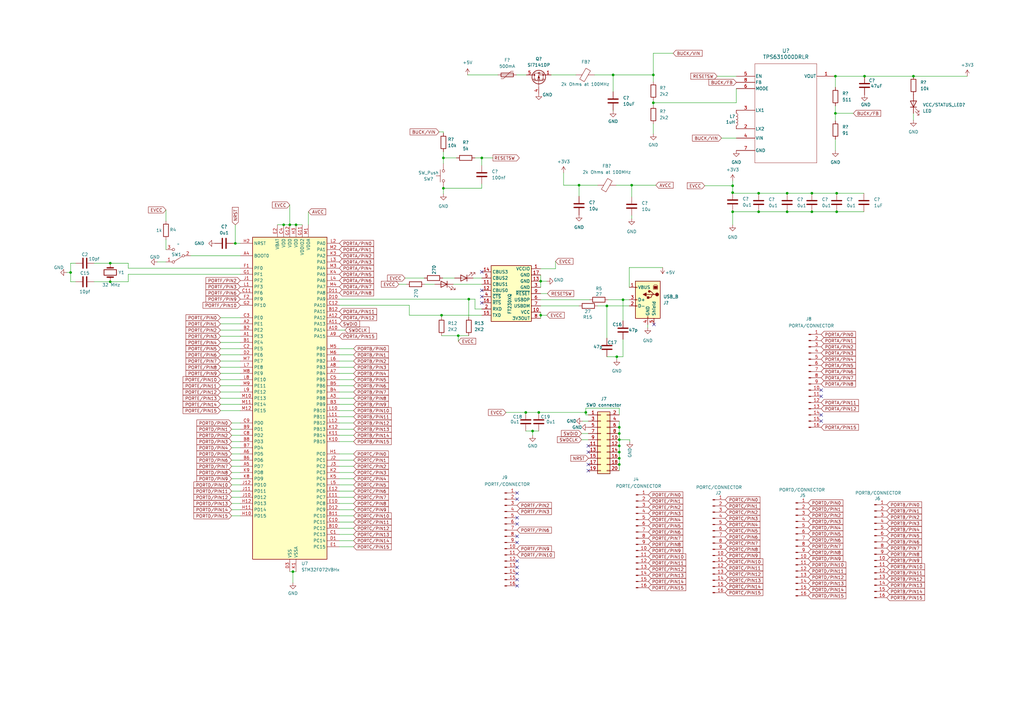
<source format=kicad_sch>
(kicad_sch (version 20230121) (generator eeschema)
  (paper "A3")
  (junction (at 332.994 79.248))
  (junction (at 118.872 92.202))
  (junction (at 251.46 30.734))
  (junction (at 215.646 169.164))
  (junction (at 28.956 111.76))
  (junction (at 342.646 31.242))
  (junction (at 237.49 75.946))
  (junction (at 255.524 122.936))
  (junction (at 267.97 30.734))
  (junction (at 181.864 77.216))
  (junction (at 342.646 46.482))
  (junction (at 332.994 86.868))
  (junction (at 300.482 78.994))
  (junction (at 120.142 234.442))
  (junction (at 267.97 42.164))
  (junction (at 192.278 122.682))
  (junction (at 254 187.96))
  (junction (at 254 177.8))
  (junction (at 300.482 76.2))
  (junction (at 116.332 92.202))
  (junction (at 322.834 79.248))
  (junction (at 218.44 176.784))
  (junction (at 300.482 86.868))
  (junction (at 254 175.26))
  (junction (at 311.15 79.248))
  (junction (at 374.65 31.242))
  (junction (at 187.96 137.668))
  (junction (at 254 185.42))
  (junction (at 181.864 64.77))
  (junction (at 259.08 75.946))
  (junction (at 121.412 92.202))
  (junction (at 240.284 169.164))
  (junction (at 221.742 115.316))
  (junction (at 254 182.88))
  (junction (at 311.15 86.868))
  (junction (at 343.154 79.248))
  (junction (at 220.98 169.164))
  (junction (at 254 180.34))
  (junction (at 96.52 99.822))
  (junction (at 252.984 146.304))
  (junction (at 248.92 125.476))
  (junction (at 197.612 64.77))
  (junction (at 254 190.5))
  (junction (at 221.742 129.286))
  (junction (at 354.584 31.242))
  (junction (at 181.102 129.286))
  (junction (at 343.154 86.868))
  (junction (at 322.834 86.868))
  (junction (at 45.212 107.95))
  (junction (at 45.212 115.57))
  (no_connect (at 212.09 214.884))
  (no_connect (at 336.804 160.02))
  (no_connect (at 268.224 133.096))
  (no_connect (at 197.612 119.126))
  (no_connect (at 336.804 162.56))
  (no_connect (at 197.612 124.206))
  (no_connect (at 336.804 172.72))
  (no_connect (at 212.09 235.204))
  (no_connect (at 212.09 232.664))
  (no_connect (at 212.09 222.504))
  (no_connect (at 212.09 219.964))
  (no_connect (at 336.804 170.18))
  (no_connect (at 212.09 237.744))
  (no_connect (at 212.09 240.284))
  (no_connect (at 212.09 204.724))
  (no_connect (at 241.3 182.88))
  (no_connect (at 241.3 185.42))
  (no_connect (at 212.09 230.124))
  (no_connect (at 241.3 193.04))
  (no_connect (at 212.09 212.344))
  (no_connect (at 197.612 121.666))
  (no_connect (at 197.612 111.506))
  (no_connect (at 241.3 190.5))
  (no_connect (at 212.09 202.184))
  (wire (pts (xy 342.646 35.814) (xy 342.646 31.242)))
  (wire (pts (xy 145.034 150.622) (xy 139.192 150.622)))
  (wire (pts (xy 145.034 196.342) (xy 139.192 196.342)))
  (wire (pts (xy 231.14 75.946) (xy 237.49 75.946)))
  (wire (pts (xy 300.482 79.248) (xy 311.15 79.248)))
  (wire (pts (xy 94.996 211.582) (xy 98.552 211.582)))
  (wire (pts (xy 243.84 30.734) (xy 251.46 30.734)))
  (wire (pts (xy 113.792 92.202) (xy 116.332 92.202)))
  (wire (pts (xy 96.52 92.202) (xy 96.52 99.822)))
  (wire (pts (xy 254 180.34) (xy 254 182.88)))
  (wire (pts (xy 255.524 122.936) (xy 258.064 122.936)))
  (wire (pts (xy 221.742 122.936) (xy 241.808 122.936)))
  (wire (pts (xy 181.61 114.046) (xy 186.436 114.046)))
  (wire (pts (xy 90.424 163.322) (xy 98.552 163.322)))
  (wire (pts (xy 342.646 31.242) (xy 354.584 31.242)))
  (wire (pts (xy 343.154 79.248) (xy 354.33 79.248)))
  (wire (pts (xy 251.46 30.734) (xy 251.46 37.592)))
  (wire (pts (xy 254 185.42) (xy 254 187.96)))
  (wire (pts (xy 52.578 109.982) (xy 52.578 107.95)))
  (wire (pts (xy 181.102 137.668) (xy 187.96 137.668)))
  (wire (pts (xy 300.482 86.868) (xy 300.482 92.202)))
  (wire (pts (xy 267.97 30.734) (xy 267.97 33.528)))
  (wire (pts (xy 90.424 168.402) (xy 98.552 168.402)))
  (wire (pts (xy 28.956 115.57) (xy 30.988 115.57)))
  (wire (pts (xy 96.52 99.822) (xy 98.552 99.822)))
  (wire (pts (xy 254 167.386) (xy 254 170.18)))
  (wire (pts (xy 178.308 116.586) (xy 174.244 116.586)))
  (wire (pts (xy 267.97 41.148) (xy 267.97 42.164)))
  (wire (pts (xy 300.482 86.868) (xy 311.15 86.868)))
  (wire (pts (xy 194.818 126.746) (xy 197.612 126.746)))
  (wire (pts (xy 181.864 64.77) (xy 187.198 64.77)))
  (wire (pts (xy 311.15 86.868) (xy 322.834 86.868)))
  (wire (pts (xy 221.742 110.236) (xy 227.838 110.236)))
  (wire (pts (xy 94.996 209.042) (xy 98.552 209.042)))
  (wire (pts (xy 221.742 129.286) (xy 221.742 128.016)))
  (wire (pts (xy 94.996 198.882) (xy 98.552 198.882)))
  (wire (pts (xy 94.996 206.502) (xy 98.552 206.502)))
  (wire (pts (xy 181.102 129.286) (xy 197.612 129.286)))
  (wire (pts (xy 181.102 129.286) (xy 181.102 130.048)))
  (wire (pts (xy 52.578 112.522) (xy 52.578 115.57)))
  (wire (pts (xy 90.424 150.622) (xy 98.552 150.622)))
  (wire (pts (xy 218.44 176.784) (xy 220.98 176.784)))
  (wire (pts (xy 343.154 86.868) (xy 354.33 86.868)))
  (wire (pts (xy 95.758 99.822) (xy 96.52 99.822)))
  (wire (pts (xy 332.994 86.868) (xy 343.154 86.868)))
  (wire (pts (xy 254 190.5) (xy 254 193.04)))
  (wire (pts (xy 194.818 122.682) (xy 194.818 126.746)))
  (wire (pts (xy 120.142 234.442) (xy 121.412 234.442)))
  (wire (pts (xy 237.49 125.476) (xy 221.742 125.476)))
  (wire (pts (xy 94.996 201.422) (xy 98.552 201.422)))
  (wire (pts (xy 139.192 125.222) (xy 167.894 125.222)))
  (wire (pts (xy 267.97 42.164) (xy 302.006 42.164)))
  (wire (pts (xy 145.034 168.402) (xy 139.192 168.402)))
  (wire (pts (xy 145.034 163.322) (xy 139.192 163.322)))
  (wire (pts (xy 332.994 79.248) (xy 343.154 79.248)))
  (wire (pts (xy 258.318 180.34) (xy 258.318 181.102)))
  (wire (pts (xy 181.864 54.102) (xy 181.864 54.61)))
  (wire (pts (xy 252.984 147.32) (xy 252.984 146.304)))
  (wire (pts (xy 118.872 92.202) (xy 121.412 92.202)))
  (wire (pts (xy 374.65 49.276) (xy 374.65 46.482)))
  (wire (pts (xy 187.96 137.668) (xy 187.96 139.954)))
  (wire (pts (xy 322.834 86.868) (xy 332.994 86.868)))
  (wire (pts (xy 181.864 62.23) (xy 181.864 64.77)))
  (wire (pts (xy 197.612 77.216) (xy 181.864 77.216)))
  (wire (pts (xy 64.516 107.442) (xy 68.072 107.442)))
  (wire (pts (xy 145.034 191.262) (xy 139.192 191.262)))
  (wire (pts (xy 342.646 46.482) (xy 342.646 49.53)))
  (wire (pts (xy 187.96 137.668) (xy 192.278 137.668)))
  (wire (pts (xy 248.92 138.684) (xy 248.92 125.476)))
  (wire (pts (xy 342.646 46.482) (xy 350.012 46.482)))
  (wire (pts (xy 145.034 209.042) (xy 139.192 209.042)))
  (wire (pts (xy 224.536 120.396) (xy 221.742 120.396)))
  (wire (pts (xy 90.424 153.162) (xy 98.552 153.162)))
  (wire (pts (xy 254 172.72) (xy 254 175.26)))
  (wire (pts (xy 197.612 116.586) (xy 185.928 116.586)))
  (wire (pts (xy 181.864 77.216) (xy 181.864 79.502)))
  (wire (pts (xy 163.576 116.586) (xy 166.624 116.586)))
  (wire (pts (xy 94.996 176.022) (xy 98.552 176.022)))
  (wire (pts (xy 295.91 56.642) (xy 302.006 56.642)))
  (wire (pts (xy 118.872 84.074) (xy 118.872 92.202)))
  (wire (pts (xy 145.034 158.242) (xy 139.192 158.242)))
  (wire (pts (xy 197.612 75.438) (xy 197.612 77.216)))
  (wire (pts (xy 191.77 30.734) (xy 204.216 30.734)))
  (wire (pts (xy 197.612 64.77) (xy 197.612 67.818)))
  (wire (pts (xy 145.034 186.182) (xy 139.192 186.182)))
  (wire (pts (xy 254 175.26) (xy 254 177.8)))
  (wire (pts (xy 251.46 45.466) (xy 251.46 45.212)))
  (wire (pts (xy 258.318 180.34) (xy 254 180.34)))
  (wire (pts (xy 145.034 155.702) (xy 139.192 155.702)))
  (wire (pts (xy 167.894 129.286) (xy 181.102 129.286)))
  (wire (pts (xy 38.608 107.95) (xy 45.212 107.95)))
  (wire (pts (xy 145.034 188.722) (xy 139.192 188.722)))
  (wire (pts (xy 239.014 172.72) (xy 241.3 172.72)))
  (wire (pts (xy 145.034 165.862) (xy 139.192 165.862)))
  (wire (pts (xy 90.424 145.542) (xy 98.552 145.542)))
  (wire (pts (xy 94.996 183.642) (xy 98.552 183.642)))
  (wire (pts (xy 237.49 75.946) (xy 245.11 75.946)))
  (wire (pts (xy 167.894 125.222) (xy 167.894 129.286)))
  (wire (pts (xy 255.524 139.192) (xy 255.524 146.304)))
  (wire (pts (xy 245.11 125.476) (xy 248.92 125.476)))
  (wire (pts (xy 145.034 143.002) (xy 139.192 143.002)))
  (wire (pts (xy 231.14 70.866) (xy 231.14 75.946)))
  (wire (pts (xy 145.034 153.162) (xy 139.192 153.162)))
  (wire (pts (xy 98.552 109.982) (xy 52.578 109.982)))
  (wire (pts (xy 354.584 31.242) (xy 374.65 31.242)))
  (wire (pts (xy 145.034 214.122) (xy 139.192 214.122)))
  (wire (pts (xy 145.034 178.562) (xy 139.192 178.562)))
  (wire (pts (xy 94.996 196.342) (xy 98.552 196.342)))
  (wire (pts (xy 145.034 224.282) (xy 139.192 224.282)))
  (wire (pts (xy 240.284 167.386) (xy 254 167.386)))
  (wire (pts (xy 192.278 122.682) (xy 192.278 130.048)))
  (wire (pts (xy 38.608 115.57) (xy 45.212 115.57)))
  (wire (pts (xy 126.492 86.868) (xy 126.492 92.202)))
  (wire (pts (xy 145.034 176.022) (xy 139.192 176.022)))
  (wire (pts (xy 238.506 180.34) (xy 241.3 180.34)))
  (wire (pts (xy 94.996 193.802) (xy 98.552 193.802)))
  (wire (pts (xy 94.996 191.262) (xy 98.552 191.262)))
  (wire (pts (xy 90.424 158.242) (xy 98.552 158.242)))
  (wire (pts (xy 90.424 165.862) (xy 98.552 165.862)))
  (wire (pts (xy 194.818 64.77) (xy 197.612 64.77)))
  (wire (pts (xy 221.742 130.556) (xy 221.742 129.286)))
  (wire (pts (xy 221.742 117.856) (xy 221.742 115.316)))
  (wire (pts (xy 240.284 169.164) (xy 240.284 170.18)))
  (wire (pts (xy 45.212 107.95) (xy 52.578 107.95)))
  (wire (pts (xy 342.646 43.434) (xy 342.646 46.482)))
  (wire (pts (xy 259.08 75.946) (xy 268.986 75.946)))
  (wire (pts (xy 221.742 115.316) (xy 221.742 112.776)))
  (wire (pts (xy 215.646 176.784) (xy 218.44 176.784)))
  (wire (pts (xy 224.282 129.286) (xy 221.742 129.286)))
  (wire (pts (xy 258.064 109.728) (xy 258.064 117.856)))
  (wire (pts (xy 166.116 114.046) (xy 173.99 114.046)))
  (wire (pts (xy 300.482 78.994) (xy 300.482 79.248)))
  (wire (pts (xy 145.034 160.782) (xy 139.192 160.782)))
  (wire (pts (xy 145.034 221.742) (xy 139.192 221.742)))
  (wire (pts (xy 237.49 80.518) (xy 237.49 75.946)))
  (wire (pts (xy 322.834 79.248) (xy 332.994 79.248)))
  (wire (pts (xy 145.034 206.502) (xy 139.192 206.502)))
  (wire (pts (xy 181.864 54.102) (xy 180.086 54.102)))
  (wire (pts (xy 116.332 92.202) (xy 118.872 92.202)))
  (wire (pts (xy 267.97 21.844) (xy 276.098 21.844)))
  (wire (pts (xy 211.836 30.734) (xy 215.9 30.734)))
  (wire (pts (xy 145.034 201.422) (xy 139.192 201.422)))
  (wire (pts (xy 197.612 114.046) (xy 194.056 114.046)))
  (wire (pts (xy 342.646 61.722) (xy 342.646 57.15)))
  (wire (pts (xy 192.278 122.682) (xy 194.818 122.682)))
  (wire (pts (xy 227.838 107.188) (xy 227.838 110.236)))
  (wire (pts (xy 145.034 148.082) (xy 139.192 148.082)))
  (wire (pts (xy 90.424 143.002) (xy 98.552 143.002)))
  (wire (pts (xy 94.996 203.962) (xy 98.552 203.962)))
  (wire (pts (xy 267.97 42.164) (xy 267.97 43.18)))
  (wire (pts (xy 259.08 75.946) (xy 259.08 80.772)))
  (wire (pts (xy 300.482 86.614) (xy 300.482 86.868)))
  (wire (pts (xy 259.08 88.392) (xy 259.08 89.662)))
  (wire (pts (xy 27.432 111.76) (xy 28.956 111.76)))
  (wire (pts (xy 94.996 181.102) (xy 98.552 181.102)))
  (wire (pts (xy 240.284 169.164) (xy 240.284 167.386)))
  (wire (pts (xy 94.996 186.182) (xy 98.552 186.182)))
  (wire (pts (xy 224.282 115.316) (xy 221.742 115.316)))
  (wire (pts (xy 145.034 193.802) (xy 139.192 193.802)))
  (wire (pts (xy 52.578 115.57) (xy 45.212 115.57)))
  (wire (pts (xy 249.428 122.936) (xy 255.524 122.936)))
  (wire (pts (xy 226.06 30.734) (xy 236.22 30.734)))
  (wire (pts (xy 267.97 54.864) (xy 267.97 50.8)))
  (wire (pts (xy 181.864 64.77) (xy 181.864 67.056)))
  (wire (pts (xy 255.524 131.572) (xy 255.524 122.936)))
  (wire (pts (xy 141.478 135.382) (xy 139.192 135.382)))
  (wire (pts (xy 120.142 239.014) (xy 120.142 234.442)))
  (wire (pts (xy 258.064 125.476) (xy 248.92 125.476)))
  (wire (pts (xy 90.424 155.702) (xy 98.552 155.702)))
  (wire (pts (xy 220.98 169.164) (xy 240.284 169.164)))
  (wire (pts (xy 28.956 107.95) (xy 30.988 107.95)))
  (wire (pts (xy 118.872 234.442) (xy 120.142 234.442)))
  (wire (pts (xy 215.646 169.164) (xy 220.98 169.164)))
  (wire (pts (xy 240.284 170.18) (xy 241.3 170.18)))
  (wire (pts (xy 145.034 145.542) (xy 139.192 145.542)))
  (wire (pts (xy 68.072 98.298) (xy 68.072 102.362)))
  (wire (pts (xy 267.97 21.844) (xy 267.97 30.734)))
  (wire (pts (xy 90.424 130.302) (xy 98.552 130.302)))
  (wire (pts (xy 90.424 137.922) (xy 98.552 137.922)))
  (wire (pts (xy 218.44 176.784) (xy 218.44 178.562)))
  (wire (pts (xy 28.956 111.76) (xy 28.956 107.95)))
  (wire (pts (xy 252.73 75.946) (xy 259.08 75.946)))
  (wire (pts (xy 139.192 122.682) (xy 192.278 122.682)))
  (wire (pts (xy 90.424 140.462) (xy 98.552 140.462)))
  (wire (pts (xy 90.424 160.782) (xy 98.552 160.782)))
  (wire (pts (xy 300.482 76.2) (xy 300.482 78.994)))
  (wire (pts (xy 145.034 170.942) (xy 139.192 170.942)))
  (wire (pts (xy 94.996 178.562) (xy 98.552 178.562)))
  (wire (pts (xy 251.46 30.734) (xy 267.97 30.734)))
  (wire (pts (xy 311.15 79.248) (xy 322.834 79.248)))
  (wire (pts (xy 374.65 31.242) (xy 396.748 31.242)))
  (wire (pts (xy 145.034 181.102) (xy 139.192 181.102)))
  (wire (pts (xy 98.552 112.522) (xy 52.578 112.522)))
  (wire (pts (xy 121.412 92.202) (xy 123.952 92.202)))
  (wire (pts (xy 145.034 211.582) (xy 139.192 211.582)))
  (wire (pts (xy 265.684 134.366) (xy 265.684 133.096)))
  (wire (pts (xy 258.064 109.728) (xy 271.78 109.728)))
  (wire (pts (xy 254 187.96) (xy 254 190.5)))
  (wire (pts (xy 90.424 135.382) (xy 98.552 135.382)))
  (wire (pts (xy 248.92 146.304) (xy 252.984 146.304)))
  (wire (pts (xy 254 177.8) (xy 254 180.34)))
  (wire (pts (xy 68.072 86.106) (xy 68.072 90.678)))
  (wire (pts (xy 145.034 173.482) (xy 139.192 173.482)))
  (wire (pts (xy 252.984 146.304) (xy 255.524 146.304)))
  (wire (pts (xy 294.132 31.242) (xy 302.006 31.242)))
  (wire (pts (xy 90.424 148.082) (xy 98.552 148.082)))
  (wire (pts (xy 289.052 76.2) (xy 300.482 76.2)))
  (wire (pts (xy 207.518 169.164) (xy 215.646 169.164)))
  (wire (pts (xy 145.034 216.662) (xy 139.192 216.662)))
  (wire (pts (xy 197.612 64.77) (xy 202.184 64.77)))
  (wire (pts (xy 302.006 42.164) (xy 302.006 36.322)))
  (wire (pts (xy 238.506 177.8) (xy 241.3 177.8)))
  (wire (pts (xy 254 182.88) (xy 254 185.42)))
  (wire (pts (xy 145.034 203.962) (xy 139.192 203.962)))
  (wire (pts (xy 98.552 104.902) (xy 78.232 104.902)))
  (wire (pts (xy 300.482 74.168) (xy 300.482 76.2)))
  (wire (pts (xy 28.956 111.76) (xy 28.956 115.57)))
  (wire (pts (xy 90.424 132.842) (xy 98.552 132.842)))
  (wire (pts (xy 145.034 198.882) (xy 139.192 198.882)))
  (wire (pts (xy 94.996 173.482) (xy 98.552 173.482)))
  (wire (pts (xy 145.034 219.202) (xy 139.192 219.202)))
  (wire (pts (xy 94.996 188.722) (xy 98.552 188.722)))
  (global_label "PORTB{slash}PIN7" (shape input) (at 145.034 160.782 0) (property "Intersheetrefs" "${INTERSHEET_REFS}" (effects hide)))
  (global_label "PORTE{slash}PIN10" (shape input) (at 90.424 155.702 180) (property "Intersheetrefs" "${INTERSHEET_REFS}" (effects hide)))
  (global_label "PORTA{slash}PIN15" (shape input) (at 336.804 175.26 0) (property "Intersheetrefs" "${INTERSHEET_REFS}" (effects hide)))
  (global_label "PORTB{slash}PIN6" (shape input) (at 145.034 158.242 0) (property "Intersheetrefs" "${INTERSHEET_REFS}" (effects hide)))
  (global_label "PORTA{slash}PIN7" (shape input) (at 139.192 117.602 0) (property "Intersheetrefs" "${INTERSHEET_REFS}" (effects hide)))
  (global_label "PORTB{slash}PIN8" (shape input) (at 363.728 227.33 0) (property "Intersheetrefs" "${INTERSHEET_REFS}" (effects hide)))
  (global_label "AVCC" (shape input) (at 126.492 86.868 0) (property "Intersheetrefs" "${INTERSHEET_REFS}" (effects hide)))
  (global_label "PORTE{slash}PIN0" (shape input) (at 90.424 130.302 180) (property "Intersheetrefs" "${INTERSHEET_REFS}" (effects hide)))
  (global_label "RESETSW" (shape input) (at 224.536 120.396 0) (property "Intersheetrefs" "${INTERSHEET_REFS}" (effects hide)))
  (global_label "PORTB{slash}PIN11" (shape input) (at 363.728 234.95 0) (property "Intersheetrefs" "${INTERSHEET_REFS}" (effects hide)))
  (global_label "PORTC{slash}PIN4" (shape input) (at 145.034 196.342 0) (property "Intersheetrefs" "${INTERSHEET_REFS}" (effects hide)))
  (global_label "PORTD{slash}PIN6" (shape input) (at 94.996 188.722 180) (property "Intersheetrefs" "${INTERSHEET_REFS}" (effects hide)))
  (global_label "PORTA{slash}PIN11" (shape input) (at 139.192 127.762 0) (property "Intersheetrefs" "${INTERSHEET_REFS}" (effects hide)))
  (global_label "PORTE{slash}PIN9" (shape input) (at 265.938 225.806 0) (property "Intersheetrefs" "${INTERSHEET_REFS}" (effects hide)))
  (global_label "PORTC{slash}PIN1" (shape input) (at 297.434 207.518 0) (property "Intersheetrefs" "${INTERSHEET_REFS}" (effects hide)))
  (global_label "PORTE{slash}PIN11" (shape input) (at 90.424 158.242 180) (property "Intersheetrefs" "${INTERSHEET_REFS}" (effects hide)))
  (global_label "PORTD{slash}PIN15" (shape input) (at 331.47 244.348 0) (property "Intersheetrefs" "${INTERSHEET_REFS}" (effects hide)))
  (global_label "EVCC" (shape input) (at 207.518 169.164 180) (property "Intersheetrefs" "${INTERSHEET_REFS}" (effects hide)))
  (global_label "RESETSW" (shape output) (at 202.184 64.77 0) (property "Intersheetrefs" "${INTERSHEET_REFS}" (effects hide)))
  (global_label "PORTB{slash}PIN12" (shape input) (at 145.034 173.482 0) (property "Intersheetrefs" "${INTERSHEET_REFS}" (effects hide)))
  (global_label "PORTD{slash}PIN2" (shape input) (at 94.996 178.562 180) (property "Intersheetrefs" "${INTERSHEET_REFS}" (effects hide)))
  (global_label "PORTF{slash}PIN2" (shape input) (at 212.09 207.264 0) (property "Intersheetrefs" "${INTERSHEET_REFS}" (effects hide)))
  (global_label "PORTB{slash}PIN3" (shape input) (at 145.034 150.622 0) (property "Intersheetrefs" "${INTERSHEET_REFS}" (effects hide)))
  (global_label "PORTC{slash}PIN10" (shape input) (at 297.434 230.378 0) (property "Intersheetrefs" "${INTERSHEET_REFS}" (effects hide)))
  (global_label "PORTE{slash}PIN6" (shape input) (at 265.938 218.186 0) (property "Intersheetrefs" "${INTERSHEET_REFS}" (effects hide)))
  (global_label "PORTD{slash}PIN8" (shape input) (at 94.996 193.802 180) (property "Intersheetrefs" "${INTERSHEET_REFS}" (effects hide)))
  (global_label "SWDCLK" (shape input) (at 238.506 180.34 180) (property "Intersheetrefs" "${INTERSHEET_REFS}" (effects hide)))
  (global_label "BUCK{slash}VIN" (shape input) (at 180.086 54.102 180) (property "Intersheetrefs" "${INTERSHEET_REFS}" (effects hide)))
  (global_label "BUCK{slash}VIN" (shape input) (at 276.098 21.844 0) (property "Intersheetrefs" "${INTERSHEET_REFS}" (effects hide)))
  (global_label "PORTD{slash}PIN5" (shape input) (at 94.996 186.182 180) (property "Intersheetrefs" "${INTERSHEET_REFS}" (effects hide)))
  (global_label "PORTB{slash}PIN0" (shape input) (at 145.034 143.002 0) (property "Intersheetrefs" "${INTERSHEET_REFS}" (effects hide)))
  (global_label "PORTC{slash}PIN0" (shape input) (at 145.034 186.182 0) (property "Intersheetrefs" "${INTERSHEET_REFS}" (effects hide)))
  (global_label "PORTD{slash}PIN11" (shape input) (at 94.996 201.422 180) (property "Intersheetrefs" "${INTERSHEET_REFS}" (effects hide)))
  (global_label "PORTE{slash}PIN12" (shape input) (at 90.424 160.782 180) (property "Intersheetrefs" "${INTERSHEET_REFS}" (effects hide)))
  (global_label "PORTC{slash}PIN5" (shape input) (at 145.034 198.882 0) (property "Intersheetrefs" "${INTERSHEET_REFS}" (effects hide)))
  (global_label "PORTC{slash}PIN13" (shape input) (at 297.434 237.998 0) (property "Intersheetrefs" "${INTERSHEET_REFS}" (effects hide)))
  (global_label "PORTA{slash}PIN6" (shape input) (at 139.192 115.062 0) (property "Intersheetrefs" "${INTERSHEET_REFS}" (effects hide)))
  (global_label "PORTD{slash}PIN0" (shape input) (at 331.47 206.248 0) (property "Intersheetrefs" "${INTERSHEET_REFS}" (effects hide)))
  (global_label "PORTE{slash}PIN2" (shape input) (at 265.938 208.026 0) (property "Intersheetrefs" "${INTERSHEET_REFS}" (effects hide)))
  (global_label "PORTD{slash}PIN13" (shape input) (at 94.996 206.502 180) (property "Intersheetrefs" "${INTERSHEET_REFS}" (effects hide)))
  (global_label "PORTC{slash}PIN7" (shape input) (at 297.434 222.758 0) (property "Intersheetrefs" "${INTERSHEET_REFS}" (effects hide)))
  (global_label "SWDIO" (shape input) (at 238.506 177.8 180) (property "Intersheetrefs" "${INTERSHEET_REFS}" (effects hide)))
  (global_label "PORTB{slash}PIN10" (shape input) (at 363.728 232.41 0) (property "Intersheetrefs" "${INTERSHEET_REFS}" (effects hide)))
  (global_label "PORTF{slash}PIN3" (shape input) (at 212.09 209.804 0) (property "Intersheetrefs" "${INTERSHEET_REFS}" (effects hide)))
  (global_label "PORTB{slash}PIN10" (shape input) (at 145.034 168.402 0) (property "Intersheetrefs" "${INTERSHEET_REFS}" (effects hide)))
  (global_label "PORTE{slash}PIN8" (shape input) (at 265.938 223.266 0) (property "Intersheetrefs" "${INTERSHEET_REFS}" (effects hide)))
  (global_label "PORTC{slash}PIN15" (shape input) (at 145.034 224.282 0) (property "Intersheetrefs" "${INTERSHEET_REFS}" (effects hide)))
  (global_label "PORTB{slash}PIN14" (shape input) (at 145.034 178.562 0) (property "Intersheetrefs" "${INTERSHEET_REFS}" (effects hide)))
  (global_label "PORTD{slash}PIN14" (shape input) (at 94.996 209.042 180) (property "Intersheetrefs" "${INTERSHEET_REFS}" (effects hide)))
  (global_label "PORTE{slash}PIN3" (shape input) (at 90.424 137.922 180) (property "Intersheetrefs" "${INTERSHEET_REFS}" (effects hide)))
  (global_label "PORTC{slash}PIN0" (shape input) (at 297.434 204.978 0) (property "Intersheetrefs" "${INTERSHEET_REFS}" (effects hide)))
  (global_label "PORTE{slash}PIN4" (shape input) (at 90.424 140.462 180) (property "Intersheetrefs" "${INTERSHEET_REFS}" (effects hide)))
  (global_label "PORTB{slash}PIN6" (shape input) (at 363.728 222.25 0) (property "Intersheetrefs" "${INTERSHEET_REFS}" (effects hide)))
  (global_label "PORTB{slash}PIN4" (shape input) (at 145.034 153.162 0) (property "Intersheetrefs" "${INTERSHEET_REFS}" (effects hide)))
  (global_label "PORTB{slash}PIN7" (shape input) (at 363.728 224.79 0) (property "Intersheetrefs" "${INTERSHEET_REFS}" (effects hide)))
  (global_label "PORTB{slash}PIN3" (shape input) (at 363.728 214.63 0) (property "Intersheetrefs" "${INTERSHEET_REFS}" (effects hide)))
  (global_label "BUCK{slash}FB" (shape input) (at 350.012 46.482 0) (property "Intersheetrefs" "${INTERSHEET_REFS}" (effects hide)))
  (global_label "PORTE{slash}PIN15" (shape input) (at 265.938 241.046 0) (property "Intersheetrefs" "${INTERSHEET_REFS}" (effects hide)))
  (global_label "PORTD{slash}PIN1" (shape input) (at 331.47 208.788 0) (property "Intersheetrefs" "${INTERSHEET_REFS}" (effects hide)))
  (global_label "PORTD{slash}PIN9" (shape input) (at 331.47 229.108 0) (property "Intersheetrefs" "${INTERSHEET_REFS}" (effects hide)))
  (global_label "PORTC{slash}PIN11" (shape input) (at 145.034 214.122 0) (property "Intersheetrefs" "${INTERSHEET_REFS}" (effects hide)))
  (global_label "PORTA{slash}PIN7" (shape input) (at 336.804 154.94 0) (property "Intersheetrefs" "${INTERSHEET_REFS}" (effects hide)))
  (global_label "PORTD{slash}PIN2" (shape input) (at 331.47 211.328 0) (property "Intersheetrefs" "${INTERSHEET_REFS}" (effects hide)))
  (global_label "PORTC{slash}PIN14" (shape input) (at 145.034 221.742 0) (property "Intersheetrefs" "${INTERSHEET_REFS}" (effects hide)))
  (global_label "PORTC{slash}PIN7" (shape input) (at 145.034 203.962 0) (property "Intersheetrefs" "${INTERSHEET_REFS}" (effects hide)))
  (global_label "PORTA{slash}PIN0" (shape input) (at 336.804 137.16 0) (property "Intersheetrefs" "${INTERSHEET_REFS}" (effects hide)))
  (global_label "PORTD{slash}PIN7" (shape input) (at 94.996 191.262 180) (property "Intersheetrefs" "${INTERSHEET_REFS}" (effects hide)))
  (global_label "PORTC{slash}PIN12" (shape input) (at 297.434 235.458 0) (property "Intersheetrefs" "${INTERSHEET_REFS}" (effects hide)))
  (global_label "EVCC" (shape input) (at 68.072 86.106 180) (property "Intersheetrefs" "${INTERSHEET_REFS}" (effects hide)))
  (global_label "PORTE{slash}PIN8" (shape input) (at 90.424 150.622 180) (property "Intersheetrefs" "${INTERSHEET_REFS}" (effects hide)))
  (global_label "PORTA{slash}PIN8" (shape input) (at 336.804 157.48 0) (property "Intersheetrefs" "${INTERSHEET_REFS}" (effects hide)))
  (global_label "PORTC{slash}PIN8" (shape input) (at 297.434 225.298 0) (property "Intersheetrefs" "${INTERSHEET_REFS}" (effects hide)))
  (global_label "EVCC" (shape input) (at 163.576 116.586 180) (property "Intersheetrefs" "${INTERSHEET_REFS}" (effects hide)))
  (global_label "PORTD{slash}PIN4" (shape input) (at 331.47 216.408 0) (property "Intersheetrefs" "${INTERSHEET_REFS}" (effects hide)))
  (global_label "PORTD{slash}PIN3" (shape input) (at 94.996 181.102 180) (property "Intersheetrefs" "${INTERSHEET_REFS}" (effects hide)))
  (global_label "PORTB{slash}PIN5" (shape input) (at 363.728 219.71 0) (property "Intersheetrefs" "${INTERSHEET_REFS}" (effects hide)))
  (global_label "PORTE{slash}PIN0" (shape input) (at 265.938 202.946 0) (property "Intersheetrefs" "${INTERSHEET_REFS}" (effects hide)))
  (global_label "EVCC" (shape input) (at 166.116 114.046 180) (property "Intersheetrefs" "${INTERSHEET_REFS}" (effects hide)))
  (global_label "PORTB{slash}PIN4" (shape input) (at 363.728 217.17 0) (property "Intersheetrefs" "${INTERSHEET_REFS}" (effects hide)))
  (global_label "PORTB{slash}PIN12" (shape input) (at 363.728 237.49 0) (property "Intersheetrefs" "${INTERSHEET_REFS}" (effects hide)))
  (global_label "PORTC{slash}PIN3" (shape input) (at 145.034 193.802 0) (property "Intersheetrefs" "${INTERSHEET_REFS}" (effects hide)))
  (global_label "PORTF{slash}PIN9" (shape input) (at 212.09 225.044 0) (property "Intersheetrefs" "${INTERSHEET_REFS}" (effects hide)))
  (global_label "EVCC" (shape input) (at 187.96 139.954 0) (property "Intersheetrefs" "${INTERSHEET_REFS}" (effects hide)))
  (global_label "PORTA{slash}PIN12" (shape input) (at 139.192 130.302 0) (property "Intersheetrefs" "${INTERSHEET_REFS}" (effects hide)))
  (global_label "PORTF{slash}PIN9" (shape input) (at 98.552 122.682 180) (property "Intersheetrefs" "${INTERSHEET_REFS}" (effects hide)))
  (global_label "PORTA{slash}PIN12" (shape input) (at 336.804 167.64 0) (property "Intersheetrefs" "${INTERSHEET_REFS}" (effects hide)))
  (global_label "EVCC" (shape input) (at 224.282 129.286 0) (property "Intersheetrefs" "${INTERSHEET_REFS}" (effects hide)))
  (global_label "PORTB{slash}PIN9" (shape input) (at 145.034 165.862 0) (property "Intersheetrefs" "${INTERSHEET_REFS}" (effects hide)))
  (global_label "PORTD{slash}PIN10" (shape input) (at 94.996 198.882 180) (property "Intersheetrefs" "${INTERSHEET_REFS}" (effects hide)))
  (global_label "PORTD{slash}PIN1" (shape input) (at 94.996 176.022 180) (property "Intersheetrefs" "${INTERSHEET_REFS}" (effects hide)))
  (global_label "PORTC{slash}PIN9" (shape input) (at 145.034 209.042 0) (property "Intersheetrefs" "${INTERSHEET_REFS}" (effects hide)))
  (global_label "PORTA{slash}PIN0" (shape input) (at 139.192 99.822 0) (property "Intersheetrefs" "${INTERSHEET_REFS}" (effects hide)))
  (global_label "PORTD{slash}PIN5" (shape input) (at 331.47 218.948 0) (property "Intersheetrefs" "${INTERSHEET_REFS}" (effects hide)))
  (global_label "PORTA{slash}PIN6" (shape input) (at 336.804 152.4 0) (property "Intersheetrefs" "${INTERSHEET_REFS}" (effects hide)))
  (global_label "SWDCLK" (shape input) (at 141.478 135.382 0) (property "Intersheetrefs" "${INTERSHEET_REFS}" (effects hide)))
  (global_label "PORTB{slash}PIN15" (shape input) (at 363.728 245.11 0) (property "Intersheetrefs" "${INTERSHEET_REFS}" (effects hide)))
  (global_label "PORTE{slash}PIN6" (shape input) (at 90.424 145.542 180) (property "Intersheetrefs" "${INTERSHEET_REFS}" (effects hide)))
  (global_label "PORTC{slash}PIN2" (shape input) (at 297.434 210.058 0) (property "Intersheetrefs" "${INTERSHEET_REFS}" (effects hide)))
  (global_label "PORTA{slash}PIN5" (shape input) (at 139.192 112.522 0) (property "Intersheetrefs" "${INTERSHEET_REFS}" (effects hide)))
  (global_label "PORTA{slash}PIN5" (shape input) (at 336.804 149.86 0) (property "Intersheetrefs" "${INTERSHEET_REFS}" (effects hide)))
  (global_label "PORTC{slash}PIN14" (shape input) (at 297.434 240.538 0) (property "Intersheetrefs" "${INTERSHEET_REFS}" (effects hide)))
  (global_label "PORTD{slash}PIN0" (shape input) (at 94.996 173.482 180) (property "Intersheetrefs" "${INTERSHEET_REFS}" (effects hide)))
  (global_label "PORTE{slash}PIN7" (shape input) (at 90.424 148.082 180) (property "Intersheetrefs" "${INTERSHEET_REFS}" (effects hide)))
  (global_label "EVCC" (shape input) (at 118.872 84.074 180) (property "Intersheetrefs" "${INTERSHEET_REFS}" (effects hide)))
  (global_label "PORTE{slash}PIN3" (shape input) (at 265.938 210.566 0) (property "Intersheetrefs" "${INTERSHEET_REFS}" (effects hide)))
  (global_label "PORTD{slash}PIN15" (shape input) (at 94.996 211.582 180) (property "Intersheetrefs" "${INTERSHEET_REFS}" (effects hide)))
  (global_label "PORTA{slash}PIN4" (shape input) (at 139.192 109.982 0) (property "Intersheetrefs" "${INTERSHEET_REFS}" (effects hide)))
  (global_label "PORTB{slash}PIN8" (shape input) (at 145.034 163.322 0) (property "Intersheetrefs" "${INTERSHEET_REFS}" (effects hide)))
  (global_label "PORTA{slash}PIN1" (shape input) (at 336.804 139.7 0) (property "Intersheetrefs" "${INTERSHEET_REFS}" (effects hide)))
  (global_label "PORTC{slash}PIN5" (shape input) (at 297.434 217.678 0) (property "Intersheetrefs" "${INTERSHEET_REFS}" (effects hide)))
  (global_label "PORTD{slash}PIN10" (shape input) (at 331.47 231.648 0) (property "Intersheetrefs" "${INTERSHEET_REFS}" (effects hide)))
  (global_label "PORTA{slash}PIN3" (shape input) (at 336.804 144.78 0) (property "Intersheetrefs" "${INTERSHEET_REFS}" (effects hide)))
  (global_label "PORTA{slash}PIN3" (shape input) (at 139.192 107.442 0) (property "Intersheetrefs" "${INTERSHEET_REFS}" (effects hide)))
  (global_label "PORTB{slash}PIN1" (shape input) (at 363.728 209.55 0) (property "Intersheetrefs" "${INTERSHEET_REFS}" (effects hide)))
  (global_label "PORTF{slash}PIN10" (shape input) (at 98.552 125.222 180) (property "Intersheetrefs" "${INTERSHEET_REFS}" (effects hide)))
  (global_label "PORTE{slash}PIN11" (shape input) (at 265.938 230.886 0) (property "Intersheetrefs" "${INTERSHEET_REFS}" (effects hide)))
  (global_label "PORTE{slash}PIN14" (shape input) (at 265.938 238.506 0) (property "Intersheetrefs" "${INTERSHEET_REFS}" (effects hide)))
  (global_label "PORTE{slash}PIN4" (shape input) (at 265.938 213.106 0) (property "Intersheetrefs" "${INTERSHEET_REFS}" (effects hide)))
  (global_label "PORTD{slash}PIN9" (shape input) (at 94.996 196.342 180) (property "Intersheetrefs" "${INTERSHEET_REFS}" (effects hide)))
  (global_label "BUCK{slash}FB" (shape input) (at 302.006 33.782 180) (property "Intersheetrefs" "${INTERSHEET_REFS}" (effects hide)))
  (global_label "PORTE{slash}PIN13" (shape input) (at 265.938 235.966 0) (property "Intersheetrefs" "${INTERSHEET_REFS}" (effects hide)))
  (global_label "PORTE{slash}PIN1" (shape input) (at 90.424 132.842 180) (property "Intersheetrefs" "${INTERSHEET_REFS}" (effects hide)))
  (global_label "PORTB{slash}PIN1" (shape input) (at 145.034 145.542 0) (property "Intersheetrefs" "${INTERSHEET_REFS}" (effects hide)))
  (global_label "PORTD{slash}PIN12" (shape input) (at 94.996 203.962 180) (property "Intersheetrefs" "${INTERSHEET_REFS}" (effects hide)))
  (global_label "PORTF{slash}PIN3" (shape input) (at 98.552 117.602 180) (property "Intersheetrefs" "${INTERSHEET_REFS}" (effects hide)))
  (global_label "PORTD{slash}PIN12" (shape input) (at 331.47 236.728 0) (property "Intersheetrefs" "${INTERSHEET_REFS}" (effects hide)))
  (global_label "PORTC{slash}PIN10" (shape input) (at 145.034 211.582 0) (property "Intersheetrefs" "${INTERSHEET_REFS}" (effects hide)))
  (global_label "PORTB{slash}PIN9" (shape input) (at 363.728 229.87 0) (property "Intersheetrefs" "${INTERSHEET_REFS}" (effects hide)))
  (global_label "NRST" (shape input) (at 96.52 92.202 90) (property "Intersheetrefs" "${INTERSHEET_REFS}" (effects hide)))
  (global_label "PORTE{slash}PIN2" (shape input) (at 90.424 135.382 180) (property "Intersheetrefs" "${INTERSHEET_REFS}" (effects hide)))
  (global_label "PORTE{slash}PIN7" (shape input) (at 265.938 220.726 0) (property "Intersheetrefs" "${INTERSHEET_REFS}" (effects hide)))
  (global_label "PORTE{slash}PIN10" (shape input) (at 265.938 228.346 0) (property "Intersheetrefs" "${INTERSHEET_REFS}" (effects hide)))
  (global_label "PORTB{slash}PIN2" (shape input) (at 145.034 148.082 0) (property "Intersheetrefs" "${INTERSHEET_REFS}" (effects hide)))
  (global_label "PORTE{slash}PIN1" (shape input) (at 265.938 205.486 0) (property "Intersheetrefs" "${INTERSHEET_REFS}" (effects hide)))
  (global_label "PORTC{slash}PIN6" (shape input) (at 145.034 201.422 0) (property "Intersheetrefs" "${INTERSHEET_REFS}" (effects hide)))
  (global_label "PORTA{slash}PIN2" (shape input) (at 139.192 104.902 0) (property "Intersheetrefs" "${INTERSHEET_REFS}" (effects hide)))
  (global_label "PORTF{slash}PIN10" (shape input) (at 212.09 227.584 0) (property "Intersheetrefs" "${INTERSHEET_REFS}" (effects hide)))
  (global_label "PORTF{slash}PIN6" (shape input) (at 212.09 217.424 0) (property "Intersheetrefs" "${INTERSHEET_REFS}" (effects hide)))
  (global_label "PORTA{slash}PIN1" (shape input) (at 139.192 102.362 0) (property "Intersheetrefs" "${INTERSHEET_REFS}" (effects hide)))
  (global_label "PORTE{slash}PIN15" (shape input) (at 90.424 168.402 180) (property "Intersheetrefs" "${INTERSHEET_REFS}" (effects hide)))
  (global_label "PORTC{slash}PIN1" (shape input) (at 145.034 188.722 0) (property "Intersheetrefs" "${INTERSHEET_REFS}" (effects hide)))
  (global_label "PORTC{slash}PIN9" (shape input) (at 297.434 227.838 0) (property "Intersheetrefs" "${INTERSHEET_REFS}" (effects hide)))
  (global_label "PORTF{slash}PIN6" (shape input) (at 98.552 120.142 180) (property "Intersheetrefs" "${INTERSHEET_REFS}" (effects hide)))
  (global_label "PORTE{slash}PIN14" (shape input) (at 90.424 165.862 180) (property "Intersheetrefs" "${INTERSHEET_REFS}" (effects hide)))
  (global_label "PORTC{slash}PIN15" (shape input) (at 297.434 243.078 0) (property "Intersheetrefs" "${INTERSHEET_REFS}" (effects hide)))
  (global_label "PORTB{slash}PIN13" (shape input) (at 145.034 176.022 0) (property "Intersheetrefs" "${INTERSHEET_REFS}" (effects hide)))
  (global_label "PORTA{slash}PIN2" (shape input) (at 336.804 142.24 0) (property "Intersheetrefs" "${INTERSHEET_REFS}" (effects hide)))
  (global_label "PORTC{slash}PIN13" (shape input) (at 145.034 219.202 0) (property "Intersheetrefs" "${INTERSHEET_REFS}" (effects hide)))
  (global_label "PORTD{slash}PIN3" (shape input) (at 331.47 213.868 0) (property "Intersheetrefs" "${INTERSHEET_REFS}" (effects hide)))
  (global_label "PORTC{slash}PIN2" (shape input) (at 145.034 191.262 0) (property "Intersheetrefs" "${INTERSHEET_REFS}" (effects hide)))
  (global_label "PORTD{slash}PIN4" (shape input) (at 94.996 183.642 180) (property "Intersheetrefs" "${INTERSHEET_REFS}" (effects hide)))
  (global_label "PORTC{slash}PIN12" (shape input) (at 145.034 216.662 0) (property "Intersheetrefs" "${INTERSHEET_REFS}" (effects hide)))
  (global_label "PORTB{slash}PIN2" (shape input) (at 363.728 212.09 0) (property "Intersheetrefs" "${INTERSHEET_REFS}" (effects hide)))
  (global_label "PORTE{slash}PIN5" (shape input) (at 90.424 143.002 180) (property "Intersheetrefs" "${INTERSHEET_REFS}" (effects hide)))
  (global_label "PORTA{slash}PIN4" (shape input) (at 336.804 147.32 0) (property "Intersheetrefs" "${INTERSHEET_REFS}" (effects hide)))
  (global_label "NRST" (shape input) (at 241.3 187.96 180) (property "Intersheetrefs" "${INTERSHEET_REFS}" (effects hide)))
  (global_label "PORTD{slash}PIN7" (shape input) (at 331.47 224.028 0) (property "Intersheetrefs" "${INTERSHEET_REFS}" (effects hide)))
  (global_label "PORTB{slash}PIN5" (shape input) (at 145.034 155.702 0) (property "Intersheetrefs" "${INTERSHEET_REFS}" (effects hide)))
  (global_label "EVCC" (shape input) (at 227.838 107.188 0) (property "Intersheetrefs" "${INTERSHEET_REFS}" (effects hide)))
  (global_label "RESETSW" (shape input) (at 294.132 31.242 180) (property "Intersheetrefs" "${INTERSHEET_REFS}" (effects hide)))
  (global_label "PORTD{slash}PIN13" (shape input) (at 331.47 239.268 0) (property "Intersheetrefs" "${INTERSHEET_REFS}" (effects hide)))
  (global_label "AVCC" (shape input) (at 268.986 75.946 0) (property "Intersheetrefs" "${INTERSHEET_REFS}" (effects hide)))
  (global_label "PORTC{slash}PIN11" (shape input) (at 297.434 232.918 0) (property "Intersheetrefs" "${INTERSHEET_REFS}" (effects hide)))
  (global_label "PORTB{slash}PIN0" (shape input) (at 363.728 207.01 0) (property "Intersheetrefs" "${INTERSHEET_REFS}" (effects hide)))
  (global_label "PORTD{slash}PIN11" (shape input) (at 331.47 234.188 0) (property "Intersheetrefs" "${INTERSHEET_REFS}" (effects hide)))
  (global_label "PORTF{slash}PIN2" (shape input) (at 98.552 115.062 180) (property "Intersheetrefs" "${INTERSHEET_REFS}" (effects hide)))
  (global_label "EVCC" (shape input) (at 289.052 76.2 180) (property "Intersheetrefs" "${INTERSHEET_REFS}" (effects hide)))
  (global_label "PORTE{slash}PIN9" (shape input) (at 90.424 153.162 180) (property "Intersheetrefs" "${INTERSHEET_REFS}" (effects hide)))
  (global_label "PORTC{slash}PIN3" (shape input) (at 297.434 212.598 0) (property "Intersheetrefs" "${INTERSHEET_REFS}" (effects hide)))
  (global_label "PORTA{slash}PIN11" (shape input) (at 336.804 165.1 0) (property "Intersheetrefs" "${INTERSHEET_REFS}" (effects hide)))
  (global_label "PORTD{slash}PIN6" (shape input) (at 331.47 221.488 0) (property "Intersheetrefs" "${INTERSHEET_REFS}" (effects hide)))
  (global_label "PORTE{slash}PIN12" (shape input) (at 265.938 233.426 0) (property "Intersheetrefs" "${INTERSHEET_REFS}" (effects hide)))
  (global_label "PORTC{slash}PIN8" (shape input) (at 145.034 206.502 0) (property "Intersheetrefs" "${INTERSHEET_REFS}" (effects hide)))
  (global_label "PORTC{slash}PIN6" (shape input) (at 297.434 220.218 0) (property "Intersheetrefs" "${INTERSHEET_REFS}" (effects hide)))
  (global_label "PORTB{slash}PIN13" (shape input) (at 363.728 240.03 0) (property "Intersheetrefs" "${INTERSHEET_REFS}" (effects hide)))
  (global_label "PORTE{slash}PIN5" (shape input) (at 265.938 215.646 0) (property "Intersheetrefs" "${INTERSHEET_REFS}" (effects hide)))
  (global_label "PORTA{slash}PIN15" (shape input) (at 139.192 137.922 0) (property "Intersheetrefs" "${INTERSHEET_REFS}" (effects hide)))
  (global_label "SWDIO" (shape input) (at 139.192 132.842 0) (property "Intersheetrefs" "${INTERSHEET_REFS}" (effects hide)))
  (global_label "PORTD{slash}PIN14" (shape input) (at 331.47 241.808 0) (property "Intersheetrefs" "${INTERSHEET_REFS}" (effects hide)))
  (global_label "PORTB{slash}PIN14" (shape input) (at 363.728 242.57 0) (property "Intersheetrefs" "${INTERSHEET_REFS}" (effects hide)))
  (global_label "PORTD{slash}PIN8" (shape input) (at 331.47 226.568 0) (property "Intersheetrefs" "${INTERSHEET_REFS}" (effects hide)))
  (global_label "BUCK{slash}VIN" (shape input) (at 295.91 56.642 180) (property "Intersheetrefs" "${INTERSHEET_REFS}" (effects hide)))
  (global_label "PORTA{slash}PIN8" (shape input) (at 139.192 120.142 0) (property "Intersheetrefs" "${INTERSHEET_REFS}" (effects hide)))
  (global_label "PORTE{slash}PIN13" (shape input) (at 90.424 163.322 180) (property "Intersheetrefs" "${INTERSHEET_REFS}" (effects hide)))
  (global_label "PORTC{slash}PIN4" (shape input) (at 297.434 215.138 0) (property "Intersheetrefs" "${INTERSHEET_REFS}" (effects hide)))
  (global_label "PORTB{slash}PIN11" (shape input) (at 145.034 170.942 0) (property "Intersheetrefs" "${INTERSHEET_REFS}" (effects hide)))
  (global_label "PORTB{slash}PIN15" (shape input) (at 145.034 181.102 0) (property "Intersheetrefs" "${INTERSHEET_REFS}" (effects hide)))
  (symbol (lib_id "power:+3V3") (at 300.482 74.168 0) (unit 1)
    (property "Reference" "#PWR?" (effects hide))
    (property "Value" "+3V3" (at 300.482 69.596 0))
    (instances (project "mcu design" (path "" (reference "#PWR?") (unit 1)) (path "" (reference "#PWR029") (unit 1))))
  )
  (symbol (lib_id "Device:LED") (at 190.246 114.046 180) (unit 1)
    (property "Reference" "D?" (effects hide))
    (property "Value" "LED" (effects hide))
    (instances (project "mcu design" (path "" (reference "D?") (unit 1)) (path "" (reference "D5") (unit 1))))
  )
  (symbol (lib_id "Device:R") (at 177.8 114.046 270) (unit 1)
    (property "Reference" "R?" (effects hide))
    (property "Value" "270" (at 178.054 108.712 0) (effects (justify left)))
    (instances (project "mcu design" (path "" (reference "R?") (unit 1)) (path "" (reference "R26") (unit 1))))
  )
  (symbol (lib_id "Device:R") (at 181.864 58.42 0) (unit 1)
    (property "Reference" "R?" (at 183.642 57.15 0) (effects (justify left)))
    (property "Value" "10k" (at 183.642 59.69 0) (effects (justify left)))
    (instances (project "mcu design" (path "" (reference "R?") (unit 1)) (path "" (reference "R21") (unit 1))))
  )
  (symbol (lib_id "power:GND") (at 224.282 115.316 90) (unit 1)
    (property "Reference" "#PWR?" (effects hide))
    (property "Value" "GND" (at 227.076 114.808 90) (effects (justify right)))
    (instances (project "mcu design" (path "" (reference "#PWR?") (unit 1)) (path "" (reference "#PWR021") (unit 1))))
  )
  (symbol (lib_id "power:+5V") (at 271.78 109.728 180) (unit 1)
    (property "Reference" "#PWR?" (effects hide))
    (property "Value" "+5V" (at 274.828 111.76 0))
    (instances (project "mcu design" (path "" (reference "#PWR?") (unit 1)) (path "" (reference "#PWR037") (unit 1))))
  )
  (symbol (lib_id "power:GND") (at 251.46 45.466 0) (unit 1)
    (property "Reference" "#PWR?" (effects hide))
    (property "Value" "GND" (at 251.46 49.784 0))
    (instances (project "mcu design" (path "" (reference "#PWR?") (unit 1)) (path "" (reference "#PWR038") (unit 1))))
  )
  (symbol (lib_id "Device:FerriteBead") (at 248.92 75.946 90) (unit 1)
    (property "Reference" "FB?" (at 248.8692 68.072 90))
    (property "Value" "2k Ohms at 100MHz" (at 248.8692 70.612 90))
    (instances (project "mcu design" (path "" (reference "FB?") (unit 1)) (path "" (reference "FB5") (unit 1))))
  )
  (symbol (lib_id "Interface_USB:FT230XQ") (at 209.042 122.936 180) (unit 1)
    (property "Reference" "U?" (effects hide))
    (property "Value" "FT230XQ" (at 209.042 120.396 90) (effects (justify left)))
    (property "Footprint" "Package_DFN_QFN:QFN-16-1EP_4x4mm_P0.65mm_EP2.1x2.1mm" (effects hide))
    (property "Datasheet" "https://www.ftdichip.com/Support/Documents/DataSheets/ICs/DS_FT230X.pdf" (effects hide))
    (instances (project "mcu design" (path "" (reference "U?") (unit 1)) (path "" (reference "U5") (unit 1))))
  )
  (symbol (lib_id "Regulator_Switching:TPS631000DRLR") (at 302.006 31.242 0) (unit 1)
    (property "Reference" "U?" (at 322.326 20.828 0) (effects (font (size 1.524 1.524))))
    (property "Value" "TPS631000DRLR" (at 322.326 23.368 0) (effects (font (size 1.524 1.524))))
    (property "Footprint" "TPS631000DRLR_TEX" (effects hide))
    (property "Datasheet" "TPS631000DRLR" (effects hide))
    (instances (project "mcu design" (path "" (reference "U?") (unit 1)) (path "" (reference "U6") (unit 1))))
  )
  (symbol (lib_id "Device:L") (at 302.006 49.022 0) (unit 1)
    (property "Reference" "L?" (at 299.212 47.752 0) (effects (justify left)))
    (property "Value" "1uH" (at 297.688 50.038 0) (effects (justify left)))
    (instances (project "mcu design" (path "" (reference "L?") (unit 1)) (path "" (reference "L3") (unit 1))))
  )
  (symbol (lib_id "Device:C") (at 255.524 135.382 0) (unit 1)
    (property "Reference" "C16" (at 251.206 133.096 0) (effects (justify left)))
    (property "Value" "47p" (at 257.81 135.382 0) (effects (justify left)))
  )
  (symbol (lib_id "Device:R") (at 191.008 64.77 90) (unit 1)
    (property "Reference" "R?" (at 191.008 58.42 90))
    (property "Value" "5k" (at 191.008 60.96 90))
    (instances (project "mcu design" (path "" (reference "R?") (unit 1)) (path "" (reference "R22") (unit 1))))
  )
  (symbol (lib_id "power:GND") (at 265.684 134.366 0) (unit 1)
    (property "Reference" "#PWR02" (effects hide))
    (property "Value" "GND" (at 265.684 139.7 0))
  )
  (symbol (lib_id "Connector:Conn_01x16_Pin") (at 260.858 220.726 0) (unit 1)
    (property "Reference" "J4" (at 260.858 196.596 0))
    (property "Value" "PORTE/CONNECTOR" (at 261.874 199.39 0))
  )
  (symbol (lib_id "Device:R") (at 170.434 116.586 270) (unit 1)
    (property "Reference" "R?" (effects hide))
    (property "Value" "270" (at 170.688 118.364 0) (effects (justify left)))
    (instances (project "mcu design" (path "" (reference "R?") (unit 1)) (path "" (reference "R27") (unit 1))))
  )
  (symbol (lib_id "Device:R") (at 68.072 94.488 0) (unit 1)
    (property "Reference" "R4" (at 69.596 94.234 0) (effects (justify left)))
    (property "Value" "1k" (at 64.008 94.488 0) (effects (justify left)))
  )
  (symbol (lib_id "Device:C") (at 215.646 172.974 0) (unit 1)
    (property "Reference" "C18" (at 210.312 170.942 0) (effects (justify left)))
    (property "Value" "0u1" (at 209.296 172.974 0) (effects (justify left)))
  )
  (symbol (lib_id "Device:R") (at 241.3 125.476 90) (unit 1)
    (property "Reference" "R15" (at 241.046 130.048 90))
    (property "Value" "27" (at 241.046 127.762 90))
  )
  (symbol (lib_id "Device:C") (at 332.994 83.058 0) (unit 1)
    (property "Reference" "C?" (at 337.058 81.788 0) (effects (justify left)))
    (property "Value" "0u1" (at 337.058 84.328 0) (effects (justify left)))
    (instances (project "mcu design" (path "" (reference "C?") (unit 1)) (path "" (reference "C29") (unit 1))))
  )
  (symbol (lib_id "Device:C") (at 91.948 99.822 90) (unit 1)
    (property "Reference" "C?" (at 91.948 92.964 90))
    (property "Value" "0u1" (at 91.948 95.504 90))
    (instances (project "mcu design" (path "" (reference "C?") (unit 1)) (path "" (reference "C38") (unit 1))))
  )
  (symbol (lib_id "power:GND") (at 27.432 111.76 270) (unit 1)
    (property "Reference" "#PWR016" (effects hide))
    (property "Value" "GND" (at 26.162 109.728 90) (effects (justify right)))
  )
  (symbol (lib_id "Connector_Generic:Conn_02x10_Odd_Even") (at 246.38 180.34 0) (unit 1)
    (property "Reference" "J7" (at 247.65 163.576 0))
    (property "Value" "SWD connector" (at 247.65 166.116 0))
  )
  (symbol (lib_id "Device:R") (at 181.102 133.858 0) (unit 1)
    (property "Reference" "R12" (at 183.642 132.588 0) (effects (justify left)))
    (property "Value" "2K2" (at 183.642 135.128 0) (effects (justify left)))
  )
  (symbol (lib_id "power:+5V") (at 191.77 30.734 0) (unit 1)
    (property "Reference" "#PWR?" (effects hide))
    (property "Value" "+5V" (at 191.77 25.654 0))
    (instances (project "mcu design" (path "" (reference "#PWR?") (unit 1)) (path "" (reference "#PWR034") (unit 1))))
  )
  (symbol (lib_id "power:GND") (at 300.482 92.202 0) (unit 1)
    (property "Reference" "#PWR?" (effects hide))
    (property "Value" "GND" (at 300.482 97.282 0))
    (instances (project "mcu design" (path "" (reference "#PWR?") (unit 1)) (path "" (reference "#PWR030") (unit 1))))
  )
  (symbol (lib_id "Device:R") (at 245.618 122.936 90) (unit 1)
    (property "Reference" "R5" (at 245.618 118.364 90))
    (property "Value" "27" (at 245.618 120.65 90))
  )
  (symbol (lib_id "power:GND") (at 181.864 79.502 0) (mirror y) (unit 1)
    (property "Reference" "#PWR?" (effects hide))
    (property "Value" "GND" (at 181.864 84.582 0))
    (instances (project "mcu design" (path "" (reference "#PWR?") (unit 1)) (path "" (reference "#PWR031") (unit 1))))
  )
  (symbol (lib_id "power:GND") (at 259.08 89.662 0) (unit 1)
    (property "Reference" "#PWR?" (effects hide))
    (property "Value" "GND" (at 259.08 94.996 0))
    (instances (project "mcu design" (path "" (reference "#PWR?") (unit 1)) (path "" (reference "#PWR035") (unit 1))))
  )
  (symbol (lib_id "power:GND") (at 258.318 181.102 0) (unit 1)
    (property "Reference" "#PWR024" (effects hide))
    (property "Value" "GND" (at 258.318 183.642 90) (effects (justify right)))
  )
  (symbol (lib_id "power:GND") (at 267.97 54.864 0) (unit 1)
    (property "Reference" "#PWR?" (effects hide))
    (property "Value" "GND" (at 267.97 59.436 0))
    (instances (project "mcu design" (path "" (reference "#PWR?") (unit 1)) (path "" (reference "#PWR039") (unit 1))))
  )
  (symbol (lib_id "Connector:Conn_01x16_Pin") (at 292.354 222.758 0) (unit 1)
    (property "Reference" "J2" (at 294.64 202.184 0))
    (property "Value" "PORTC/CONNECTOR" (at 294.894 199.898 0))
  )
  (symbol (lib_id "MCU_ST_STM32F0:STM32F072VBHx") (at 118.872 163.322 0) (unit 1)
    (property "Reference" "U7" (at 123.6061 231.14 0) (effects (justify left)))
    (property "Value" "STM32F072VBHx" (at 123.6061 233.68 0) (effects (justify left)))
    (property "Footprint" "Package_BGA:UFBGA-100_7x7mm_Layout12x12_P0.5mm" (effects hide))
    (property "Datasheet" "https://www.st.com/resource/en/datasheet/stm32f072vb.pdf" (effects hide))
  )
  (symbol (lib_id "Device:R") (at 374.65 35.052 0) (unit 1)
    (property "Reference" "R?" (at 377.444 33.782 0) (effects (justify left)))
    (property "Value" "10k" (at 377.444 36.322 0) (effects (justify left)))
    (instances (project "mcu design" (path "" (reference "R?") (unit 1)) (path "" (reference "R30") (unit 1))))
  )
  (symbol (lib_id "Transistor_FET:Si7141DP") (at 220.98 33.274 90) (unit 1)
    (property "Reference" "Q?" (at 220.98 24.13 90))
    (property "Value" "Si7141DP" (at 220.98 26.67 90))
    (property "Footprint" "Package_SO:PowerPAK_SO-8_Single" (effects hide))
    (property "Datasheet" "https://www.vishay.com/docs/65596/si7141dp.pdf" (effects hide))
    (instances (project "mcu design" (path "" (reference "Q?") (unit 1)) (path "" (reference "Q3") (unit 1))))
  )
  (symbol (lib_id "power:GND") (at 239.014 172.72 270) (unit 1)
    (property "Reference" "#PWR023" (effects hide))
    (property "Value" "GND" (at 236.474 172.72 90) (effects (justify right)))
  )
  (symbol (lib_id "Device:C") (at 251.46 41.402 0) (unit 1)
    (property "Reference" "C?" (at 255.524 40.132 0) (effects (justify left)))
    (property "Value" "10uF" (at 255.524 42.672 0) (effects (justify left)))
    (instances (project "mcu design" (path "" (reference "C?") (unit 1)) (path "" (reference "C36") (unit 1))))
  )
  (symbol (lib_id "power:GND") (at 64.516 107.442 270) (unit 1)
    (property "Reference" "#PWR017" (effects hide))
    (property "Value" "GND" (at 61.468 105.41 90) (effects (justify left)))
  )
  (symbol (lib_id "Device:LED") (at 182.118 116.586 0) (mirror y) (unit 1)
    (property "Reference" "D?" (effects hide))
    (property "Value" "LED" (effects hide))
    (instances (project "mcu design" (path "" (reference "D?") (unit 1)) (path "" (reference "D6") (unit 1))))
  )
  (symbol (lib_id "power:GND") (at 342.646 61.722 0) (unit 1)
    (property "Reference" "#PWR?" (effects hide))
    (property "Value" "GND" (at 342.646 66.548 0))
    (instances (project "mcu design" (path "" (reference "#PWR?") (unit 1)) (path "" (reference "#PWR019") (unit 1))))
  )
  (symbol (lib_id "Device:C") (at 322.834 83.058 0) (unit 1)
    (property "Reference" "C?" (at 326.898 81.788 0) (effects (justify left)))
    (property "Value" "0u1" (at 326.898 84.328 0) (effects (justify left)))
    (instances (project "mcu design" (path "" (reference "C?") (unit 1)) (path "" (reference "C28") (unit 1))))
  )
  (symbol (lib_id "Device:Crystal") (at 45.212 111.76 90) (unit 1)
    (property "Reference" "Y1" (at 48.514 111.76 90) (effects (justify right)))
    (property "Value" "32 MHz" (at 41.91 116.84 90) (effects (justify right)))
  )
  (symbol (lib_id "Switch:SW_Push") (at 181.864 72.136 90) (mirror x) (unit 1)
    (property "Reference" "SW?" (at 175.768 73.406 90))
    (property "Value" "SW_Push" (at 175.768 70.866 90))
    (instances (project "mcu design" (path "" (reference "SW?") (unit 1)) (path "" (reference "SW3") (unit 1))))
  )
  (symbol (lib_id "Switch:SW_SPDT") (at 73.152 104.902 180) (unit 1)
    (property "Reference" "SW1" (at 72.39 104.394 0))
    (property "Value" "~" (at 73.152 100.076 0))
  )
  (symbol (lib_id "power:GND") (at 237.49 88.138 0) (unit 1)
    (property "Reference" "#PWR?" (effects hide))
    (property "Value" "GND" (at 237.49 93.218 0))
    (instances (project "mcu design" (path "" (reference "#PWR?") (unit 1)) (path "" (reference "#PWR033") (unit 1))))
  )
  (symbol (lib_id "power:GND") (at 241.3 175.26 270) (unit 1)
    (property "Reference" "#PWR025" (effects hide))
    (property "Value" "GND" (at 238.76 175.26 90) (effects (justify right)))
  )
  (symbol (lib_id "power:GND") (at 220.98 38.354 0) (unit 1)
    (property "Reference" "#PWR?" (effects hide))
    (property "Value" "GND" (at 224.536 38.862 0))
    (instances (project "mcu design" (path "" (reference "#PWR?") (unit 1)) (path "" (reference "#PWR036") (unit 1))))
  )
  (symbol (lib_id "power:GND") (at 252.984 147.32 0) (unit 1)
    (property "Reference" "#PWR018" (effects hide))
    (property "Value" "GND" (at 252.984 152.146 0))
  )
  (symbol (lib_id "Device:LED") (at 374.65 42.672 90) (unit 1)
    (property "Reference" "VCC/STATUS_LED?" (at 378.46 42.9895 90) (effects (justify right)))
    (property "Value" "LED" (at 378.46 45.5295 90) (effects (justify right)))
    (instances (project "mcu design" (path "" (reference "VCC/STATUS_LED?") (unit 1)) (path "" (reference "VCC/STATUS_LED2") (unit 1))))
  )
  (symbol (lib_id "Device:R") (at 267.97 37.338 0) (unit 1)
    (property "Reference" "R?" (at 270.51 36.068 0) (effects (justify left)))
    (property "Value" "2k2" (at 270.51 38.608 0) (effects (justify left)))
    (instances (project "mcu design" (path "" (reference "R?") (unit 1)) (path "" (reference "R24") (unit 1))))
  )
  (symbol (lib_id "Device:C") (at 34.798 107.95 90) (unit 1)
    (property "Reference" "C2" (at 34.798 104.394 90))
    (property "Value" "10pf" (at 38.608 106.172 90))
  )
  (symbol (lib_id "Connector:Conn_01x16_Pin") (at 358.648 224.79 0) (unit 1)
    (property "Reference" "J6" (at 359.918 204.47 0))
    (property "Value" "PORTB/CONNECTOR" (at 360.172 202.184 0))
  )
  (symbol (lib_id "Device:C") (at 354.584 35.052 180) (unit 1)
    (property "Reference" "C?" (at 358.902 33.02 0) (effects (justify left)))
    (property "Value" "47uF" (at 361.95 35.306 0) (effects (justify left)))
    (instances (project "mcu design" (path "" (reference "C?") (unit 1)) (path "" (reference "C37") (unit 1))))
  )
  (symbol (lib_id "power:GND") (at 88.138 99.822 270) (unit 1)
    (property "Reference" "#PWR043" (effects hide))
    (property "Value" "GND" (at 83.82 99.822 90) (effects (justify right)))
  )
  (symbol (lib_id "power:GND") (at 218.44 178.562 0) (unit 1)
    (property "Reference" "#PWR022" (effects hide))
    (property "Value" "GND" (at 218.44 182.88 0))
  )
  (symbol (lib_id "power:GND") (at 354.584 38.862 0) (unit 1)
    (property "Reference" "#PWR?" (effects hide))
    (property "Value" "GND" (at 355.092 42.926 0))
    (instances (project "mcu design" (path "" (reference "#PWR?") (unit 1)) (path "" (reference "#PWR040") (unit 1))))
  )
  (symbol (lib_id "Connector:Conn_01x16_Pin") (at 207.01 219.964 0) (unit 1)
    (property "Reference" "J9" (at 207.01 195.834 0))
    (property "Value" "PORTF/CONNECTOR" (at 208.026 198.628 0))
  )
  (symbol (lib_id "Connector:USB_B") (at 265.684 122.936 0) (mirror y) (unit 1)
    (property "Reference" "J?" (at 272.034 124.206 0) (effects (justify right)))
    (property "Value" "USB_B" (at 272.034 121.666 0) (effects (justify right)))
    (property "Datasheet" " ~" (effects hide))
    (instances (project "mcu design" (path "" (reference "J?") (unit 1)) (path "" (reference "J3") (unit 1))))
  )
  (symbol (lib_id "Device:C") (at 354.33 83.058 0) (unit 1)
    (property "Reference" "C?" (at 358.394 81.788 0) (effects (justify left)))
    (property "Value" "1uF" (at 358.394 84.328 0) (effects (justify left)))
    (instances (project "mcu design" (path "" (reference "C?") (unit 1)) (path "" (reference "C32") (unit 1))))
  )
  (symbol (lib_id "power:GND") (at 120.142 239.014 0) (unit 1)
    (property "Reference" "#PWR044" (effects hide))
    (property "Value" "GND" (at 120.142 243.332 0))
  )
  (symbol (lib_id "Device:C") (at 259.08 84.582 0) (unit 1)
    (property "Reference" "C?" (at 263.144 83.312 0) (effects (justify left)))
    (property "Value" "10u" (at 263.144 85.852 0) (effects (justify left)))
    (instances (project "mcu design" (path "" (reference "C?") (unit 1)) (path "" (reference "C35") (unit 1))))
  )
  (symbol (lib_id "Device:Polyfuse") (at 208.026 30.734 90) (unit 1)
    (property "Reference" "F?" (at 208.026 24.638 90))
    (property "Value" "500mA" (at 208.026 27.178 90))
    (instances (project "mcu design" (path "" (reference "F?") (unit 1)) (path "" (reference "F3") (unit 1))))
  )
  (symbol (lib_id "power:GND") (at 302.006 61.722 0) (unit 1)
    (property "Reference" "#PWR?" (effects hide))
    (property "Value" "GND" (at 302.006 66.548 0))
    (instances (project "mcu design" (path "" (reference "#PWR?") (unit 1)) (path "" (reference "#PWR020") (unit 1))))
  )
  (symbol (lib_id "Device:R") (at 267.97 46.99 0) (unit 1)
    (property "Reference" "R?" (at 270.51 45.72 0) (effects (justify left)))
    (property "Value" "2k2" (at 270.51 48.26 0) (effects (justify left)))
    (instances (project "mcu design" (path "" (reference "R?") (unit 1)) (path "" (reference "R25") (unit 1))))
  )
  (symbol (lib_id "Device:C") (at 311.15 83.058 0) (unit 1)
    (property "Reference" "C?" (at 315.214 81.788 0) (effects (justify left)))
    (property "Value" "0u1" (at 315.214 84.328 0) (effects (justify left)))
    (instances (project "mcu design" (path "" (reference "C?") (unit 1)) (path "" (reference "C27") (unit 1))))
  )
  (symbol (lib_id "Device:C") (at 300.482 82.804 0) (unit 1)
    (property "Reference" "C?" (at 304.546 81.534 0) (effects (justify left)))
    (property "Value" "0u1" (at 304.546 84.074 0) (effects (justify left)))
    (instances (project "mcu design" (path "" (reference "C?") (unit 1)) (path "" (reference "C26") (unit 1))))
  )
  (symbol (lib_id "Device:C") (at 197.612 71.628 0) (unit 1)
    (property "Reference" "C?" (at 201.676 70.358 0) (effects (justify left)))
    (property "Value" "100nf" (at 201.676 72.898 0) (effects (justify left)))
    (instances (project "mcu design" (path "" (reference "C?") (unit 1)) (path "" (reference "C33") (unit 1))))
  )
  (symbol (lib_id "power:GND") (at 374.65 49.276 0) (unit 1)
    (property "Reference" "#PWR?" (effects hide))
    (property "Value" "GND" (at 374.65 54.102 0))
    (instances (project "mcu design" (path "" (reference "#PWR?") (unit 1)) (path "" (reference "#PWR041") (unit 1))))
  )
  (symbol (lib_id "Device:C") (at 248.92 142.494 0) (unit 1)
    (property "Reference" "C17" (at 249.174 140.462 0) (effects (justify left)))
    (property "Value" "47p" (at 243.332 142.24 0) (effects (justify left)))
  )
  (symbol (lib_id "Device:R") (at 192.278 133.858 0) (unit 1)
    (property "Reference" "R13" (at 194.564 132.588 0) (effects (justify left)))
    (property "Value" "2K2" (at 194.564 135.128 0) (effects (justify left)))
  )
  (symbol (lib_id "Device:FerriteBead") (at 240.03 30.734 90) (unit 1)
    (property "Reference" "FB?" (at 240.284 25.4 90))
    (property "Value" "2k Ohms at 100MHz" (at 240.03 34.544 90))
    (instances (project "mcu design" (path "" (reference "FB?") (unit 1)) (path "" (reference "FB6") (unit 1))))
  )
  (symbol (lib_id "Connector:Conn_01x16_Pin") (at 331.724 154.94 0) (unit 1)
    (property "Reference" "J8" (at 331.724 130.81 0))
    (property "Value" "PORTA/CONNECTOR" (at 332.74 133.604 0))
  )
  (symbol (lib_id "power:+3V3") (at 396.748 31.242 0) (unit 1)
    (property "Reference" "#PWR?" (effects hide))
    (property "Value" "+3V3" (at 396.748 26.67 0))
    (instances (project "mcu design" (path "" (reference "#PWR?") (unit 1)) (path "" (reference "#PWR042") (unit 1))))
  )
  (symbol (lib_id "Device:C") (at 343.154 83.058 0) (unit 1)
    (property "Reference" "C?" (at 347.218 81.788 0) (effects (justify left)))
    (property "Value" "0u1" (at 347.218 84.328 0) (effects (justify left)))
    (instances (project "mcu design" (path "" (reference "C?") (unit 1)) (path "" (reference "C30") (unit 1))))
  )
  (symbol (lib_id "Device:C") (at 220.98 172.974 0) (unit 1)
    (property "Reference" "C19" (at 221.742 170.942 0) (effects (justify left)))
    (property "Value" "0u1" (at 224.028 172.974 0) (effects (justify left)))
  )
  (symbol (lib_id "power:+3V3") (at 231.14 70.866 0) (unit 1)
    (property "Reference" "#PWR?" (effects hide))
    (property "Value" "+3V3" (at 231.14 66.294 0))
    (instances (project "mcu design" (path "" (reference "#PWR?") (unit 1)) (path "" (reference "#PWR032") (unit 1))))
  )
  (symbol (lib_id "Device:C") (at 34.798 115.57 90) (unit 1)
    (property "Reference" "C15" (at 34.798 112.014 90))
    (property "Value" "10pf" (at 34.798 119.634 90))
  )
  (symbol (lib_id "Device:C") (at 237.49 84.328 0) (unit 1)
    (property "Reference" "C?" (at 241.554 83.058 0) (effects (justify left)))
    (property "Value" "10u" (at 241.554 85.598 0) (effects (justify left)))
    (instances (project "mcu design" (path "" (reference "C?") (unit 1)) (path "" (reference "C34") (unit 1))))
  )
  (symbol (lib_id "Device:R") (at 342.646 53.34 0) (unit 1)
    (property "Reference" "R?" (at 345.44 52.07 0) (effects (justify left)))
    (property "Value" "91" (at 345.44 54.61 0) (effects (justify left)))
    (instances (project "mcu design" (path "" (reference "R?") (unit 1)) (path "" (reference "R29") (unit 1))))
  )
  (symbol (lib_id "Device:R") (at 342.646 39.624 0) (unit 1)
    (property "Reference" "R?" (at 345.44 38.354 0) (effects (justify left)))
    (property "Value" "511" (at 345.44 40.894 0) (effects (justify left)))
    (instances (project "mcu design" (path "" (reference "R?") (unit 1)) (path "" (reference "R28") (unit 1))))
  )
  (symbol (lib_id "Connector:Conn_01x16_Pin") (at 326.39 224.028 0) (unit 1)
    (property "Reference" "J5" (at 329.184 203.2 0))
    (property "Value" "PORTD/CONNECTOR" (at 328.93 200.914 0))
  )
)
</source>
